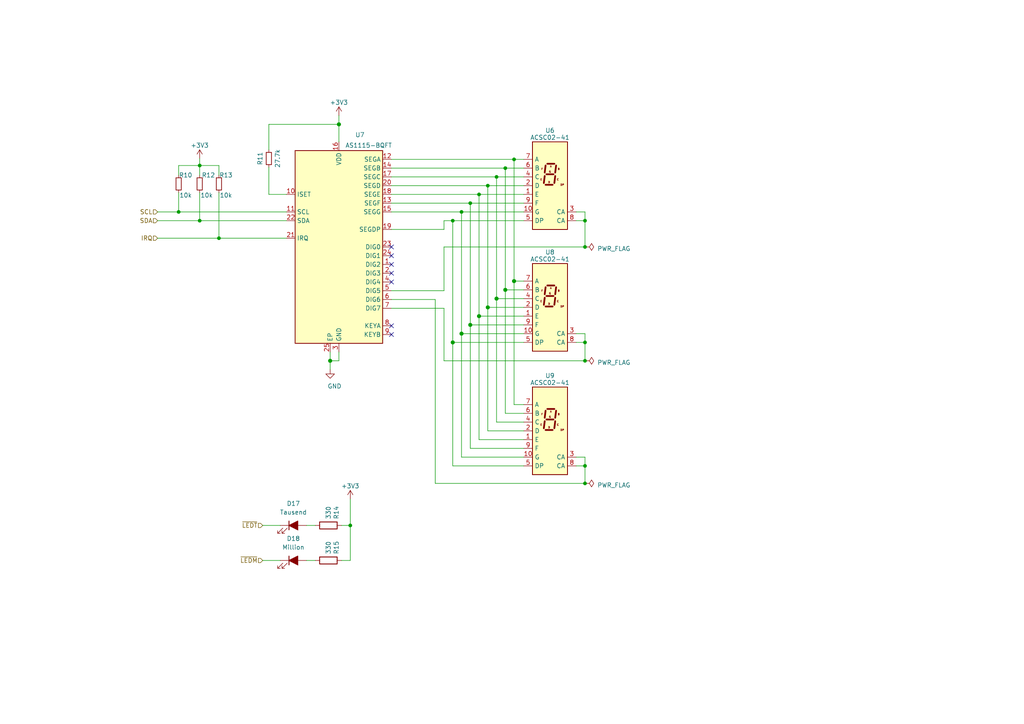
<source format=kicad_sch>
(kicad_sch (version 20210126) (generator eeschema)

  (paper "A4")

  (lib_symbols
    (symbol "Device:LED_Filled" (pin_numbers hide) (pin_names (offset 1.016) hide) (in_bom yes) (on_board yes)
      (property "Reference" "D" (id 0) (at 0 2.54 0)
        (effects (font (size 1.27 1.27)))
      )
      (property "Value" "LED_Filled" (id 1) (at 0 -2.54 0)
        (effects (font (size 1.27 1.27)))
      )
      (property "Footprint" "" (id 2) (at 0 0 0)
        (effects (font (size 1.27 1.27)) hide)
      )
      (property "Datasheet" "~" (id 3) (at 0 0 0)
        (effects (font (size 1.27 1.27)) hide)
      )
      (property "ki_keywords" "LED diode" (id 4) (at 0 0 0)
        (effects (font (size 1.27 1.27)) hide)
      )
      (property "ki_description" "Light emitting diode, filled shape" (id 5) (at 0 0 0)
        (effects (font (size 1.27 1.27)) hide)
      )
      (property "ki_fp_filters" "LED* LED_SMD:* LED_THT:*" (id 6) (at 0 0 0)
        (effects (font (size 1.27 1.27)) hide)
      )
      (symbol "LED_Filled_0_1"
        (polyline
          (pts
            (xy -1.27 -1.27)
            (xy -1.27 1.27)
          )
          (stroke (width 0.254)) (fill (type none))
        )
        (polyline
          (pts
            (xy -1.27 0)
            (xy 1.27 0)
          )
          (stroke (width 0)) (fill (type none))
        )
        (polyline
          (pts
            (xy -3.048 -0.762)
            (xy -4.572 -2.286)
            (xy -3.81 -2.286)
            (xy -4.572 -2.286)
            (xy -4.572 -1.524)
          )
          (stroke (width 0)) (fill (type none))
        )
        (polyline
          (pts
            (xy -1.778 -0.762)
            (xy -3.302 -2.286)
            (xy -2.54 -2.286)
            (xy -3.302 -2.286)
            (xy -3.302 -1.524)
          )
          (stroke (width 0)) (fill (type none))
        )
        (polyline
          (pts
            (xy 1.27 -1.27)
            (xy 1.27 1.27)
            (xy -1.27 0)
            (xy 1.27 -1.27)
          )
          (stroke (width 0.254)) (fill (type outline))
        )
      )
      (symbol "LED_Filled_1_1"
        (pin passive line (at -3.81 0 0) (length 2.54)
          (name "K" (effects (font (size 1.27 1.27))))
          (number "1" (effects (font (size 1.27 1.27))))
        )
        (pin passive line (at 3.81 0 180) (length 2.54)
          (name "A" (effects (font (size 1.27 1.27))))
          (number "2" (effects (font (size 1.27 1.27))))
        )
      )
    )
    (symbol "Device:R_3" (pin_numbers hide) (pin_names (offset 0)) (in_bom yes) (on_board yes)
      (property "Reference" "R" (id 0) (at 2.032 0 90)
        (effects (font (size 1.27 1.27)))
      )
      (property "Value" "R" (id 1) (at 0 0 90)
        (effects (font (size 1.27 1.27)))
      )
      (property "Footprint" "" (id 2) (at -1.778 0 90)
        (effects (font (size 1.27 1.27)) hide)
      )
      (property "Datasheet" "~" (id 3) (at 0 0 0)
        (effects (font (size 1.27 1.27)) hide)
      )
      (property "ki_keywords" "R res resistor" (id 4) (at 0 0 0)
        (effects (font (size 1.27 1.27)) hide)
      )
      (property "ki_description" "Resistor" (id 5) (at 0 0 0)
        (effects (font (size 1.27 1.27)) hide)
      )
      (property "ki_fp_filters" "R_*" (id 6) (at 0 0 0)
        (effects (font (size 1.27 1.27)) hide)
      )
      (symbol "R_3_0_1"
        (rectangle (start -1.016 -2.54) (end 1.016 2.54)
          (stroke (width 0.254)) (fill (type none))
        )
      )
      (symbol "R_3_1_1"
        (pin passive line (at 0 3.81 270) (length 1.27)
          (name "~" (effects (font (size 1.27 1.27))))
          (number "1" (effects (font (size 1.27 1.27))))
        )
        (pin passive line (at 0 -3.81 90) (length 1.27)
          (name "~" (effects (font (size 1.27 1.27))))
          (number "2" (effects (font (size 1.27 1.27))))
        )
      )
    )
    (symbol "Display_Character:KCSA02-105" (pin_names (offset 0.635)) (in_bom yes) (on_board yes)
      (property "Reference" "U" (id 0) (at -2.54 13.97 0)
        (effects (font (size 1.27 1.27)) (justify right))
      )
      (property "Value" "KCSA02-105" (id 1) (at 1.27 13.97 0)
        (effects (font (size 1.27 1.27)) (justify left))
      )
      (property "Footprint" "Display_7Segment:KCSC02-105" (id 2) (at 0 -15.24 0)
        (effects (font (size 1.27 1.27)) hide)
      )
      (property "Datasheet" "http://www.kingbright.com/attachments/file/psearch/000/00/00/KCSA02-105(Ver.10A).pdf" (id 3) (at -12.7 12.065 0)
        (effects (font (size 1.27 1.27)) (justify left) hide)
      )
      (property "ki_keywords" "display LED 7-segment" (id 4) (at 0 0 0)
        (effects (font (size 1.27 1.27)) hide)
      )
      (property "ki_description" "One digit 7 segment hyper red LED, common anode" (id 5) (at 0 0 0)
        (effects (font (size 1.27 1.27)) hide)
      )
      (property "ki_fp_filters" "*KCSC02*105*" (id 6) (at 0 0 0)
        (effects (font (size 1.27 1.27)) hide)
      )
      (symbol "KCSA02-105_0_0"
        (text "A" (at 0.254 5.588 0)
          (effects (font (size 0.508 0.508)))
        )
        (text "B" (at 2.54 4.826 0)
          (effects (font (size 0.508 0.508)))
        )
        (text "C" (at 2.286 1.778 0)
          (effects (font (size 0.508 0.508)))
        )
        (text "D" (at -0.254 1.016 0)
          (effects (font (size 0.508 0.508)))
        )
        (text "DP" (at 3.556 0.254 0)
          (effects (font (size 0.508 0.508)))
        )
        (text "E" (at -2.54 1.778 0)
          (effects (font (size 0.508 0.508)))
        )
        (text "F" (at -2.286 4.826 0)
          (effects (font (size 0.508 0.508)))
        )
        (text "G" (at 0 4.064 0)
          (effects (font (size 0.508 0.508)))
        )
      )
      (symbol "KCSA02-105_0_1"
        (rectangle (start -5.08 12.7) (end 5.08 -12.7)
          (stroke (width 0.254)) (fill (type background))
        )
        (polyline
          (pts
            (xy -1.524 2.794)
            (xy -1.778 0.762)
          )
          (stroke (width 0.508)) (fill (type none))
        )
        (polyline
          (pts
            (xy -1.27 0.254)
            (xy 0.762 0.254)
          )
          (stroke (width 0.508)) (fill (type none))
        )
        (polyline
          (pts
            (xy -1.27 5.842)
            (xy -1.524 3.81)
          )
          (stroke (width 0.508)) (fill (type none))
        )
        (polyline
          (pts
            (xy -1.016 3.302)
            (xy 1.016 3.302)
          )
          (stroke (width 0.508)) (fill (type none))
        )
        (polyline
          (pts
            (xy -0.762 6.35)
            (xy 1.27 6.35)
          )
          (stroke (width 0.508)) (fill (type none))
        )
        (polyline
          (pts
            (xy 1.524 2.794)
            (xy 1.27 0.762)
          )
          (stroke (width 0.508)) (fill (type none))
        )
        (polyline
          (pts
            (xy 1.778 5.842)
            (xy 1.524 3.81)
          )
          (stroke (width 0.508)) (fill (type none))
        )
        (polyline
          (pts
            (xy 2.54 0.254)
            (xy 2.54 0.254)
          )
          (stroke (width 0.508)) (fill (type none))
        )
      )
      (symbol "KCSA02-105_1_1"
        (pin input line (at -7.62 -2.54 0) (length 2.54)
          (name "E" (effects (font (size 1.27 1.27))))
          (number "1" (effects (font (size 1.27 1.27))))
        )
        (pin input line (at -7.62 -7.62 0) (length 2.54)
          (name "G" (effects (font (size 1.27 1.27))))
          (number "10" (effects (font (size 1.27 1.27))))
        )
        (pin input line (at -7.62 0 0) (length 2.54)
          (name "D" (effects (font (size 1.27 1.27))))
          (number "2" (effects (font (size 1.27 1.27))))
        )
        (pin input line (at 7.62 -7.62 180) (length 2.54)
          (name "CA" (effects (font (size 1.27 1.27))))
          (number "3" (effects (font (size 1.27 1.27))))
        )
        (pin input line (at -7.62 2.54 0) (length 2.54)
          (name "C" (effects (font (size 1.27 1.27))))
          (number "4" (effects (font (size 1.27 1.27))))
        )
        (pin input line (at -7.62 -10.16 0) (length 2.54)
          (name "DP" (effects (font (size 1.27 1.27))))
          (number "5" (effects (font (size 1.27 1.27))))
        )
        (pin input line (at -7.62 5.08 0) (length 2.54)
          (name "B" (effects (font (size 1.27 1.27))))
          (number "6" (effects (font (size 1.27 1.27))))
        )
        (pin input line (at -7.62 7.62 0) (length 2.54)
          (name "A" (effects (font (size 1.27 1.27))))
          (number "7" (effects (font (size 1.27 1.27))))
        )
        (pin input line (at 7.62 -10.16 180) (length 2.54)
          (name "CA" (effects (font (size 1.27 1.27))))
          (number "8" (effects (font (size 1.27 1.27))))
        )
        (pin input line (at -7.62 -5.08 0) (length 2.54)
          (name "F" (effects (font (size 1.27 1.27))))
          (number "9" (effects (font (size 1.27 1.27))))
        )
      )
    )
    (symbol "Interface_Expansion:AS1115-BQFT" (in_bom yes) (on_board yes)
      (property "Reference" "U" (id 0) (at -10.16 29.21 0)
        (effects (font (size 1.27 1.27)))
      )
      (property "Value" "AS1115-BQFT" (id 1) (at 2.54 29.21 0)
        (effects (font (size 1.27 1.27)) (justify left))
      )
      (property "Footprint" "Package_DFN_QFN:TQFN-24-1EP_4x4mm_P0.5mm_EP2.8x2.8mm_PullBack_ThermalVias" (id 2) (at 0 0 0)
        (effects (font (size 1.27 1.27)) hide)
      )
      (property "Datasheet" "https://ams.com/documents/20143/36005/AS1115_DS000206_1-00.pdf/3d3e6d35-b184-1329-adf9-2d769eb2404f" (id 3) (at 0 0 0)
        (effects (font (size 1.27 1.27)) hide)
      )
      (property "ki_keywords" "led driver i2c" (id 4) (at 0 0 0)
        (effects (font (size 1.27 1.27)) hide)
      )
      (property "ki_description" "64 LEDs, I2C Interfaced LED Driver with Keyscan, TQFN-24" (id 5) (at 0 0 0)
        (effects (font (size 1.27 1.27)) hide)
      )
      (property "ki_fp_filters" "TQFN*1EP*4x4mm*P0.5mm*PullBack*" (id 6) (at 0 0 0)
        (effects (font (size 1.27 1.27)) hide)
      )
      (symbol "AS1115-BQFT_0_1"
        (rectangle (start -12.7 27.94) (end 12.7 -27.94)
          (stroke (width 0.254)) (fill (type background))
        )
      )
      (symbol "AS1115-BQFT_1_1"
        (pin open_collector line (at 15.24 -5.08 180) (length 2.54)
          (name "DIG2" (effects (font (size 1.27 1.27))))
          (number "1" (effects (font (size 1.27 1.27))))
        )
        (pin passive line (at -15.24 15.24 0) (length 2.54)
          (name "ISET" (effects (font (size 1.27 1.27))))
          (number "10" (effects (font (size 1.27 1.27))))
        )
        (pin input line (at -15.24 10.16 0) (length 2.54)
          (name "SCL" (effects (font (size 1.27 1.27))))
          (number "11" (effects (font (size 1.27 1.27))))
        )
        (pin output line (at 15.24 25.4 180) (length 2.54)
          (name "SEGA" (effects (font (size 1.27 1.27))))
          (number "12" (effects (font (size 1.27 1.27))))
        )
        (pin output line (at 15.24 12.7 180) (length 2.54)
          (name "SEGF" (effects (font (size 1.27 1.27))))
          (number "13" (effects (font (size 1.27 1.27))))
        )
        (pin output line (at 15.24 22.86 180) (length 2.54)
          (name "SEGB" (effects (font (size 1.27 1.27))))
          (number "14" (effects (font (size 1.27 1.27))))
        )
        (pin output line (at 15.24 10.16 180) (length 2.54)
          (name "SEGG" (effects (font (size 1.27 1.27))))
          (number "15" (effects (font (size 1.27 1.27))))
        )
        (pin power_in line (at 0 30.48 270) (length 2.54)
          (name "VDD" (effects (font (size 1.27 1.27))))
          (number "16" (effects (font (size 1.27 1.27))))
        )
        (pin output line (at 15.24 20.32 180) (length 2.54)
          (name "SEGC" (effects (font (size 1.27 1.27))))
          (number "17" (effects (font (size 1.27 1.27))))
        )
        (pin output line (at 15.24 15.24 180) (length 2.54)
          (name "SEGE" (effects (font (size 1.27 1.27))))
          (number "18" (effects (font (size 1.27 1.27))))
        )
        (pin output line (at 15.24 5.08 180) (length 2.54)
          (name "SEGDP" (effects (font (size 1.27 1.27))))
          (number "19" (effects (font (size 1.27 1.27))))
        )
        (pin open_collector line (at 15.24 -7.62 180) (length 2.54)
          (name "DIG3" (effects (font (size 1.27 1.27))))
          (number "2" (effects (font (size 1.27 1.27))))
        )
        (pin output line (at 15.24 17.78 180) (length 2.54)
          (name "SEGD" (effects (font (size 1.27 1.27))))
          (number "20" (effects (font (size 1.27 1.27))))
        )
        (pin open_collector line (at -15.24 2.54 0) (length 2.54)
          (name "IRQ" (effects (font (size 1.27 1.27))))
          (number "21" (effects (font (size 1.27 1.27))))
        )
        (pin bidirectional line (at -15.24 7.62 0) (length 2.54)
          (name "SDA" (effects (font (size 1.27 1.27))))
          (number "22" (effects (font (size 1.27 1.27))))
        )
        (pin open_collector line (at 15.24 0 180) (length 2.54)
          (name "DIG0" (effects (font (size 1.27 1.27))))
          (number "23" (effects (font (size 1.27 1.27))))
        )
        (pin open_collector line (at 15.24 -2.54 180) (length 2.54)
          (name "DIG1" (effects (font (size 1.27 1.27))))
          (number "24" (effects (font (size 1.27 1.27))))
        )
        (pin passive line (at -2.54 -30.48 90) (length 2.54)
          (name "EP" (effects (font (size 1.27 1.27))))
          (number "25" (effects (font (size 1.27 1.27))))
        )
        (pin power_in line (at 0 -30.48 90) (length 2.54)
          (name "GND" (effects (font (size 1.27 1.27))))
          (number "3" (effects (font (size 1.27 1.27))))
        )
        (pin open_collector line (at 15.24 -10.16 180) (length 2.54)
          (name "DIG4" (effects (font (size 1.27 1.27))))
          (number "4" (effects (font (size 1.27 1.27))))
        )
        (pin open_collector line (at 15.24 -12.7 180) (length 2.54)
          (name "DIG5" (effects (font (size 1.27 1.27))))
          (number "5" (effects (font (size 1.27 1.27))))
        )
        (pin open_collector line (at 15.24 -15.24 180) (length 2.54)
          (name "DIG6" (effects (font (size 1.27 1.27))))
          (number "6" (effects (font (size 1.27 1.27))))
        )
        (pin open_collector line (at 15.24 -17.78 180) (length 2.54)
          (name "DIG7" (effects (font (size 1.27 1.27))))
          (number "7" (effects (font (size 1.27 1.27))))
        )
        (pin open_collector line (at 15.24 -22.86 180) (length 2.54)
          (name "KEYA" (effects (font (size 1.27 1.27))))
          (number "8" (effects (font (size 1.27 1.27))))
        )
        (pin open_collector line (at 15.24 -25.4 180) (length 2.54)
          (name "KEYB" (effects (font (size 1.27 1.27))))
          (number "9" (effects (font (size 1.27 1.27))))
        )
      )
    )
    (symbol "icebreaker-bitsy-rescue:pkl_R_Small-pkl_device" (pin_numbers hide) (pin_names (offset 0.254) hide) (in_bom yes) (on_board yes)
      (property "Reference" "R" (id 0) (at 0.762 0.508 0)
        (effects (font (size 1.27 1.27)) (justify left))
      )
      (property "Value" "pkl_R_Small-pkl_device" (id 1) (at 0.762 -1.016 0)
        (effects (font (size 1.27 1.27)) (justify left))
      )
      (property "Footprint" "" (id 2) (at 0 0 0)
        (effects (font (size 1.524 1.524)))
      )
      (property "Datasheet" "" (id 3) (at 0 0 0)
        (effects (font (size 1.524 1.524)))
      )
      (property "ki_fp_filters" "Resistor_* R_*" (id 4) (at 0 0 0)
        (effects (font (size 1.27 1.27)) hide)
      )
      (symbol "pkl_R_Small-pkl_device_0_1"
        (rectangle (start -0.762 1.778) (end 0.762 -1.778)
          (stroke (width 0.2032)) (fill (type none))
        )
      )
      (symbol "pkl_R_Small-pkl_device_1_1"
        (pin passive line (at 0 2.54 270) (length 0.762)
          (name "~" (effects (font (size 1.016 1.016))))
          (number "1" (effects (font (size 1.016 1.016))))
        )
        (pin passive line (at 0 -2.54 90) (length 0.762)
          (name "~" (effects (font (size 1.016 1.016))))
          (number "2" (effects (font (size 1.016 1.016))))
        )
      )
    )
    (symbol "power:+3V3" (power) (pin_names (offset 0)) (in_bom yes) (on_board yes)
      (property "Reference" "#PWR" (id 0) (at 0 -3.81 0)
        (effects (font (size 1.27 1.27)) hide)
      )
      (property "Value" "+3V3" (id 1) (at 0 3.556 0)
        (effects (font (size 1.27 1.27)))
      )
      (property "Footprint" "" (id 2) (at 0 0 0)
        (effects (font (size 1.27 1.27)) hide)
      )
      (property "Datasheet" "" (id 3) (at 0 0 0)
        (effects (font (size 1.27 1.27)) hide)
      )
      (property "ki_keywords" "power-flag" (id 4) (at 0 0 0)
        (effects (font (size 1.27 1.27)) hide)
      )
      (property "ki_description" "Power symbol creates a global label with name \"+3V3\"" (id 5) (at 0 0 0)
        (effects (font (size 1.27 1.27)) hide)
      )
      (symbol "+3V3_0_1"
        (polyline
          (pts
            (xy -0.762 1.27)
            (xy 0 2.54)
          )
          (stroke (width 0)) (fill (type none))
        )
        (polyline
          (pts
            (xy 0 0)
            (xy 0 2.54)
          )
          (stroke (width 0)) (fill (type none))
        )
        (polyline
          (pts
            (xy 0 2.54)
            (xy 0.762 1.27)
          )
          (stroke (width 0)) (fill (type none))
        )
      )
      (symbol "+3V3_1_1"
        (pin power_in line (at 0 0 90) (length 0) hide
          (name "+3V3" (effects (font (size 1.27 1.27))))
          (number "1" (effects (font (size 1.27 1.27))))
        )
      )
    )
    (symbol "power:GND" (power) (pin_names (offset 0)) (in_bom yes) (on_board yes)
      (property "Reference" "#PWR" (id 0) (at 0 -6.35 0)
        (effects (font (size 1.27 1.27)) hide)
      )
      (property "Value" "GND" (id 1) (at 0 -3.81 0)
        (effects (font (size 1.27 1.27)))
      )
      (property "Footprint" "" (id 2) (at 0 0 0)
        (effects (font (size 1.27 1.27)) hide)
      )
      (property "Datasheet" "" (id 3) (at 0 0 0)
        (effects (font (size 1.27 1.27)) hide)
      )
      (property "ki_keywords" "power-flag" (id 4) (at 0 0 0)
        (effects (font (size 1.27 1.27)) hide)
      )
      (property "ki_description" "Power symbol creates a global label with name \"GND\" , ground" (id 5) (at 0 0 0)
        (effects (font (size 1.27 1.27)) hide)
      )
      (symbol "GND_0_1"
        (polyline
          (pts
            (xy 0 0)
            (xy 0 -1.27)
            (xy 1.27 -1.27)
            (xy 0 -2.54)
            (xy -1.27 -1.27)
            (xy 0 -1.27)
          )
          (stroke (width 0)) (fill (type none))
        )
      )
      (symbol "GND_1_1"
        (pin power_in line (at 0 0 270) (length 0) hide
          (name "GND" (effects (font (size 1.27 1.27))))
          (number "1" (effects (font (size 1.27 1.27))))
        )
      )
    )
    (symbol "power:PWR_FLAG" (power) (pin_numbers hide) (pin_names (offset 0) hide) (in_bom yes) (on_board yes)
      (property "Reference" "#FLG" (id 0) (at 0 1.905 0)
        (effects (font (size 1.27 1.27)) hide)
      )
      (property "Value" "PWR_FLAG" (id 1) (at 0 3.81 0)
        (effects (font (size 1.27 1.27)))
      )
      (property "Footprint" "" (id 2) (at 0 0 0)
        (effects (font (size 1.27 1.27)) hide)
      )
      (property "Datasheet" "~" (id 3) (at 0 0 0)
        (effects (font (size 1.27 1.27)) hide)
      )
      (property "ki_keywords" "power-flag" (id 4) (at 0 0 0)
        (effects (font (size 1.27 1.27)) hide)
      )
      (property "ki_description" "Special symbol for telling ERC where power comes from" (id 5) (at 0 0 0)
        (effects (font (size 1.27 1.27)) hide)
      )
      (symbol "PWR_FLAG_0_0"
        (pin power_out line (at 0 0 90) (length 0)
          (name "pwr" (effects (font (size 1.27 1.27))))
          (number "1" (effects (font (size 1.27 1.27))))
        )
      )
      (symbol "PWR_FLAG_0_1"
        (polyline
          (pts
            (xy 0 0)
            (xy 0 1.27)
            (xy -1.016 1.905)
            (xy 0 2.54)
            (xy 1.016 1.905)
            (xy 0 1.27)
          )
          (stroke (width 0)) (fill (type none))
        )
      )
    )
  )

  (junction (at 51.816 61.468) (diameter 0.9144) (color 0 0 0 0))
  (junction (at 57.912 48.006) (diameter 0.9144) (color 0 0 0 0))
  (junction (at 57.912 64.008) (diameter 0.9144) (color 0 0 0 0))
  (junction (at 63.5 69.088) (diameter 0.9144) (color 0 0 0 0))
  (junction (at 95.758 104.648) (diameter 1.016) (color 0 0 0 0))
  (junction (at 98.298 36.068) (diameter 1.016) (color 0 0 0 0))
  (junction (at 101.6 152.4) (diameter 0.9144) (color 0 0 0 0))
  (junction (at 131.318 64.008) (diameter 0.9144) (color 0 0 0 0))
  (junction (at 131.318 99.314) (diameter 1.016) (color 0 0 0 0))
  (junction (at 133.858 61.468) (diameter 0.9144) (color 0 0 0 0))
  (junction (at 133.858 96.774) (diameter 1.016) (color 0 0 0 0))
  (junction (at 136.398 58.928) (diameter 0.9144) (color 0 0 0 0))
  (junction (at 136.398 94.234) (diameter 1.016) (color 0 0 0 0))
  (junction (at 138.938 56.388) (diameter 0.9144) (color 0 0 0 0))
  (junction (at 138.938 91.694) (diameter 1.016) (color 0 0 0 0))
  (junction (at 141.478 53.848) (diameter 0.9144) (color 0 0 0 0))
  (junction (at 141.478 89.154) (diameter 1.016) (color 0 0 0 0))
  (junction (at 144.018 51.308) (diameter 0.9144) (color 0 0 0 0))
  (junction (at 144.018 86.614) (diameter 1.016) (color 0 0 0 0))
  (junction (at 146.558 48.768) (diameter 0.9144) (color 0 0 0 0))
  (junction (at 146.558 84.074) (diameter 1.016) (color 0 0 0 0))
  (junction (at 149.098 46.228) (diameter 0.9144) (color 0 0 0 0))
  (junction (at 149.098 81.534) (diameter 1.016) (color 0 0 0 0))
  (junction (at 169.672 64.008) (diameter 0.9144) (color 0 0 0 0))
  (junction (at 169.672 71.628) (diameter 0.9144) (color 0 0 0 0))
  (junction (at 169.672 99.314) (diameter 0.9144) (color 0 0 0 0))
  (junction (at 169.672 104.648) (diameter 0.9144) (color 0 0 0 0))
  (junction (at 169.672 135.128) (diameter 0.9144) (color 0 0 0 0))
  (junction (at 169.672 140.208) (diameter 0.9144) (color 0 0 0 0))

  (no_connect (at 113.538 71.628) (uuid 2c44eacf-5c75-4f36-85e8-340e1f215edd))
  (no_connect (at 113.538 74.168) (uuid f75d0c04-6646-46c0-bdc1-a472ab646dbe))
  (no_connect (at 113.538 76.708) (uuid 9a5a43a8-b111-429d-81e8-990ab8457ba0))
  (no_connect (at 113.538 79.248) (uuid 76a2f2cd-6ed7-48ff-990b-600d2460c749))
  (no_connect (at 113.538 81.788) (uuid 615814d5-dcb2-4b55-97b6-31c93a77b403))
  (no_connect (at 113.538 94.488) (uuid ba3eb1b9-2e7d-4c48-a20b-fcdb56fbcaf0))
  (no_connect (at 113.538 97.028) (uuid b594fd51-6fbd-4421-aa5a-05cfd4e902fa))

  (wire (pts (xy 45.72 61.468) (xy 51.816 61.468))
    (stroke (width 0) (type solid) (color 0 0 0 0))
    (uuid e399326b-123f-46e2-9823-6b7996730ee1)
  )
  (wire (pts (xy 45.72 64.008) (xy 57.912 64.008))
    (stroke (width 0) (type solid) (color 0 0 0 0))
    (uuid e29a59f1-1ea3-46d1-8a50-e3a019bb90b1)
  )
  (wire (pts (xy 45.72 69.088) (xy 63.5 69.088))
    (stroke (width 0) (type solid) (color 0 0 0 0))
    (uuid 111d7dd7-0ac3-427f-b4e7-5299a6f41de2)
  )
  (wire (pts (xy 51.816 48.006) (xy 51.816 50.8))
    (stroke (width 0) (type solid) (color 0 0 0 0))
    (uuid d1a1f357-99e1-4276-9c3c-b81d785c914c)
  )
  (wire (pts (xy 51.816 55.88) (xy 51.816 61.468))
    (stroke (width 0) (type solid) (color 0 0 0 0))
    (uuid e1c0fa20-78e6-4254-aca1-749220d583e8)
  )
  (wire (pts (xy 51.816 61.468) (xy 83.058 61.468))
    (stroke (width 0) (type solid) (color 0 0 0 0))
    (uuid 13c3f409-4e88-4e86-a99f-037dcc8b1c28)
  )
  (wire (pts (xy 57.912 45.974) (xy 57.912 48.006))
    (stroke (width 0) (type solid) (color 0 0 0 0))
    (uuid ffc0ceb2-79f7-4f93-8a7e-01b3c2cdaec2)
  )
  (wire (pts (xy 57.912 48.006) (xy 51.816 48.006))
    (stroke (width 0) (type solid) (color 0 0 0 0))
    (uuid c03edd3b-e096-4fb3-85cd-618666db8f13)
  )
  (wire (pts (xy 57.912 48.006) (xy 57.912 50.8))
    (stroke (width 0) (type solid) (color 0 0 0 0))
    (uuid 3ba66167-b8c5-459a-851e-cf8a48d6f98c)
  )
  (wire (pts (xy 57.912 48.006) (xy 63.5 48.006))
    (stroke (width 0) (type solid) (color 0 0 0 0))
    (uuid 79d510d0-5bcd-47e7-b4d4-d8e8e6da4cc0)
  )
  (wire (pts (xy 57.912 55.88) (xy 57.912 64.008))
    (stroke (width 0) (type solid) (color 0 0 0 0))
    (uuid 0dfc0900-ad52-42d9-be02-d32168083dae)
  )
  (wire (pts (xy 57.912 64.008) (xy 83.058 64.008))
    (stroke (width 0) (type solid) (color 0 0 0 0))
    (uuid 0c8c82c3-fa10-465b-9ef6-a350f1ee3b21)
  )
  (wire (pts (xy 63.5 48.006) (xy 63.5 50.8))
    (stroke (width 0) (type solid) (color 0 0 0 0))
    (uuid ed25d07a-e600-4d6f-984c-0b7823c45678)
  )
  (wire (pts (xy 63.5 55.88) (xy 63.5 69.088))
    (stroke (width 0) (type solid) (color 0 0 0 0))
    (uuid bbbbe1bb-ade9-4487-b35f-fdfaa1fd3a89)
  )
  (wire (pts (xy 63.5 69.088) (xy 83.058 69.088))
    (stroke (width 0) (type solid) (color 0 0 0 0))
    (uuid 68b9b0d6-ca9f-4c17-ab37-4b32d24a3a27)
  )
  (wire (pts (xy 76.2 152.4) (xy 81.28 152.4))
    (stroke (width 0) (type solid) (color 0 0 0 0))
    (uuid 6cbbfca4-e7c7-4870-9140-7fd3df4a7e39)
  )
  (wire (pts (xy 76.2 162.56) (xy 81.28 162.56))
    (stroke (width 0) (type solid) (color 0 0 0 0))
    (uuid 6cf1f92b-83f2-4ab9-b418-701d3d2dbbf9)
  )
  (wire (pts (xy 77.978 36.068) (xy 98.298 36.068))
    (stroke (width 0) (type solid) (color 0 0 0 0))
    (uuid d739ebde-d524-4008-a98d-3806daa15102)
  )
  (wire (pts (xy 77.978 43.434) (xy 77.978 36.068))
    (stroke (width 0) (type solid) (color 0 0 0 0))
    (uuid 815cf555-2082-4800-bc36-59f125532533)
  )
  (wire (pts (xy 77.978 56.388) (xy 77.978 48.514))
    (stroke (width 0) (type solid) (color 0 0 0 0))
    (uuid eeb2836d-4665-4fc9-8692-9549a08e4c5c)
  )
  (wire (pts (xy 83.058 56.388) (xy 77.978 56.388))
    (stroke (width 0) (type solid) (color 0 0 0 0))
    (uuid 58c58278-f842-4454-b7f1-d0e9473b0959)
  )
  (wire (pts (xy 88.9 152.4) (xy 91.44 152.4))
    (stroke (width 0) (type solid) (color 0 0 0 0))
    (uuid a257aa80-dd60-4a6c-93fa-426ce5c1b077)
  )
  (wire (pts (xy 88.9 162.56) (xy 91.44 162.56))
    (stroke (width 0) (type solid) (color 0 0 0 0))
    (uuid c759c02d-1247-4aad-90b4-8c0867286565)
  )
  (wire (pts (xy 95.758 102.108) (xy 95.758 104.648))
    (stroke (width 0) (type solid) (color 0 0 0 0))
    (uuid a8a3cb0e-4962-46aa-8b2e-fd040539cbf3)
  )
  (wire (pts (xy 95.758 104.648) (xy 95.758 107.188))
    (stroke (width 0) (type solid) (color 0 0 0 0))
    (uuid 949b3147-b9aa-4ea7-9cd6-ff924f94738d)
  )
  (wire (pts (xy 98.298 33.528) (xy 98.298 36.068))
    (stroke (width 0) (type solid) (color 0 0 0 0))
    (uuid 7042855d-8b2a-4d59-8da3-1ed5b448b6cd)
  )
  (wire (pts (xy 98.298 36.068) (xy 98.298 41.148))
    (stroke (width 0) (type solid) (color 0 0 0 0))
    (uuid e39e56e1-8e0d-491e-86fe-a60c11eb1eeb)
  )
  (wire (pts (xy 98.298 102.108) (xy 98.298 104.648))
    (stroke (width 0) (type solid) (color 0 0 0 0))
    (uuid 97fc862f-9205-4ab3-92e0-1033db57ec8c)
  )
  (wire (pts (xy 98.298 104.648) (xy 95.758 104.648))
    (stroke (width 0) (type solid) (color 0 0 0 0))
    (uuid c8b21d5b-771f-44c8-bd9b-1dc945827a00)
  )
  (wire (pts (xy 99.06 152.4) (xy 101.6 152.4))
    (stroke (width 0) (type solid) (color 0 0 0 0))
    (uuid 7802dd82-772a-4910-9be1-72bd93808727)
  )
  (wire (pts (xy 99.06 162.56) (xy 101.6 162.56))
    (stroke (width 0) (type solid) (color 0 0 0 0))
    (uuid 5d38a48e-4e02-48d1-830d-a131e2223a37)
  )
  (wire (pts (xy 101.6 152.4) (xy 101.6 144.78))
    (stroke (width 0) (type solid) (color 0 0 0 0))
    (uuid 1971ed19-5117-4513-b88b-ac488dadc2e9)
  )
  (wire (pts (xy 101.6 162.56) (xy 101.6 152.4))
    (stroke (width 0) (type solid) (color 0 0 0 0))
    (uuid 7970cb98-2112-41cb-830d-42db642234c1)
  )
  (wire (pts (xy 113.538 46.228) (xy 149.098 46.228))
    (stroke (width 0) (type solid) (color 0 0 0 0))
    (uuid 2573f022-8616-4b54-be75-71f62c2e8cc0)
  )
  (wire (pts (xy 113.538 48.768) (xy 146.558 48.768))
    (stroke (width 0) (type solid) (color 0 0 0 0))
    (uuid 7d871794-0182-4d47-9d46-4be3e44afd92)
  )
  (wire (pts (xy 113.538 51.308) (xy 144.018 51.308))
    (stroke (width 0) (type solid) (color 0 0 0 0))
    (uuid a4ac2ad5-9146-4edd-bee1-1310f2064746)
  )
  (wire (pts (xy 113.538 53.848) (xy 141.478 53.848))
    (stroke (width 0) (type solid) (color 0 0 0 0))
    (uuid 79363d8d-5139-459e-abb0-79eaba6c77f7)
  )
  (wire (pts (xy 113.538 56.388) (xy 138.938 56.388))
    (stroke (width 0) (type solid) (color 0 0 0 0))
    (uuid 2bd8dea1-e5f9-4526-a5c3-4ab963d517e5)
  )
  (wire (pts (xy 113.538 58.928) (xy 136.398 58.928))
    (stroke (width 0) (type solid) (color 0 0 0 0))
    (uuid abf3ccf7-9de4-417a-a845-c8d7b679563b)
  )
  (wire (pts (xy 113.538 61.468) (xy 133.858 61.468))
    (stroke (width 0) (type solid) (color 0 0 0 0))
    (uuid 54e500c6-7e28-4115-81c4-f62e65beb3e5)
  )
  (wire (pts (xy 113.538 66.548) (xy 128.778 66.548))
    (stroke (width 0) (type solid) (color 0 0 0 0))
    (uuid 273af9a9-cc92-4950-8a1c-dcf9ce5578cb)
  )
  (wire (pts (xy 113.538 84.328) (xy 128.778 84.328))
    (stroke (width 0) (type solid) (color 0 0 0 0))
    (uuid d6b392a6-293c-4014-8448-af409a232a33)
  )
  (wire (pts (xy 113.538 86.868) (xy 126.238 86.868))
    (stroke (width 0) (type solid) (color 0 0 0 0))
    (uuid a76cd848-4706-48d9-98f2-1541c601e2dc)
  )
  (wire (pts (xy 113.538 89.408) (xy 128.778 89.408))
    (stroke (width 0) (type solid) (color 0 0 0 0))
    (uuid 2d3b2c1f-f259-4928-bf00-7c6d305dd094)
  )
  (wire (pts (xy 126.238 86.868) (xy 126.238 140.208))
    (stroke (width 0) (type solid) (color 0 0 0 0))
    (uuid 1c19bc0a-7cd2-4306-82af-beb0538ce99b)
  )
  (wire (pts (xy 126.238 140.208) (xy 169.672 140.208))
    (stroke (width 0) (type solid) (color 0 0 0 0))
    (uuid a09f8726-7454-4133-b8cd-541442f2d77d)
  )
  (wire (pts (xy 128.778 64.008) (xy 131.318 64.008))
    (stroke (width 0) (type solid) (color 0 0 0 0))
    (uuid 32d6d6e1-a12f-4d8f-a3c9-180f2f552e7e)
  )
  (wire (pts (xy 128.778 66.548) (xy 128.778 64.008))
    (stroke (width 0) (type solid) (color 0 0 0 0))
    (uuid d4759c1b-5110-404d-b24d-b3d91edadb20)
  )
  (wire (pts (xy 128.778 71.628) (xy 169.672 71.628))
    (stroke (width 0) (type solid) (color 0 0 0 0))
    (uuid 7e89f289-a4a1-46f0-8f8b-fb818c572cf1)
  )
  (wire (pts (xy 128.778 84.328) (xy 128.778 71.628))
    (stroke (width 0) (type solid) (color 0 0 0 0))
    (uuid e6600260-2ae2-450a-91a4-573c4cb94e0c)
  )
  (wire (pts (xy 128.778 89.408) (xy 128.778 104.648))
    (stroke (width 0) (type solid) (color 0 0 0 0))
    (uuid b77debc1-edf9-4fc1-8d93-015ff804ec22)
  )
  (wire (pts (xy 128.778 104.648) (xy 169.672 104.648))
    (stroke (width 0) (type solid) (color 0 0 0 0))
    (uuid 01bbbab4-4f27-4387-ba29-efc8a7755869)
  )
  (wire (pts (xy 131.318 64.008) (xy 131.318 99.314))
    (stroke (width 0) (type solid) (color 0 0 0 0))
    (uuid a2a37c0e-c2c9-4115-b66e-56723fa28503)
  )
  (wire (pts (xy 131.318 64.008) (xy 151.892 64.008))
    (stroke (width 0) (type solid) (color 0 0 0 0))
    (uuid 1cb628e0-1aaa-4e97-b34c-0a477041369a)
  )
  (wire (pts (xy 131.318 99.314) (xy 131.318 135.128))
    (stroke (width 0) (type solid) (color 0 0 0 0))
    (uuid f8b02196-a664-4c94-8aaa-fa87ec4be484)
  )
  (wire (pts (xy 133.858 61.468) (xy 133.858 96.774))
    (stroke (width 0) (type solid) (color 0 0 0 0))
    (uuid 55899f2c-9340-4cd2-ac1a-80e04353024d)
  )
  (wire (pts (xy 133.858 61.468) (xy 151.892 61.468))
    (stroke (width 0) (type solid) (color 0 0 0 0))
    (uuid d5899f33-1612-4ea3-b955-db793f25e2d4)
  )
  (wire (pts (xy 133.858 96.774) (xy 133.858 132.588))
    (stroke (width 0) (type solid) (color 0 0 0 0))
    (uuid 389f6fcf-fc68-4c96-a5c3-afa20232a4cc)
  )
  (wire (pts (xy 136.398 58.928) (xy 136.398 94.234))
    (stroke (width 0) (type solid) (color 0 0 0 0))
    (uuid fa85b3fb-28c2-419b-af73-41fd8ca75ca8)
  )
  (wire (pts (xy 136.398 58.928) (xy 151.892 58.928))
    (stroke (width 0) (type solid) (color 0 0 0 0))
    (uuid f72cd6d0-638a-42fd-97f6-1faa4ebebe65)
  )
  (wire (pts (xy 136.398 94.234) (xy 136.398 130.048))
    (stroke (width 0) (type solid) (color 0 0 0 0))
    (uuid 28180140-e6db-4d7b-b5d3-5f4b5cbf29eb)
  )
  (wire (pts (xy 138.938 56.388) (xy 138.938 91.694))
    (stroke (width 0) (type solid) (color 0 0 0 0))
    (uuid c540012e-cc4e-43eb-a344-d27649fa5ecc)
  )
  (wire (pts (xy 138.938 56.388) (xy 151.892 56.388))
    (stroke (width 0) (type solid) (color 0 0 0 0))
    (uuid 1f9e2a34-759c-4d20-9900-14b6b6c12d00)
  )
  (wire (pts (xy 138.938 91.694) (xy 138.938 127.508))
    (stroke (width 0) (type solid) (color 0 0 0 0))
    (uuid 31349ddf-f391-418c-9546-e83f65e87597)
  )
  (wire (pts (xy 141.478 53.848) (xy 141.478 89.154))
    (stroke (width 0) (type solid) (color 0 0 0 0))
    (uuid 1fb15fa2-852b-45ef-835b-00cd502db9c4)
  )
  (wire (pts (xy 141.478 53.848) (xy 151.892 53.848))
    (stroke (width 0) (type solid) (color 0 0 0 0))
    (uuid 833c7785-edb2-45b7-9a6d-f716b6cd1f81)
  )
  (wire (pts (xy 141.478 89.154) (xy 141.478 124.968))
    (stroke (width 0) (type solid) (color 0 0 0 0))
    (uuid d689f8f9-0485-4053-8e9b-84ad83b842fe)
  )
  (wire (pts (xy 144.018 51.308) (xy 144.018 86.614))
    (stroke (width 0) (type solid) (color 0 0 0 0))
    (uuid 8839b110-1637-49da-a819-9354d246417e)
  )
  (wire (pts (xy 144.018 51.308) (xy 151.892 51.308))
    (stroke (width 0) (type solid) (color 0 0 0 0))
    (uuid 1abd447b-edd3-427c-83cd-017102aa9165)
  )
  (wire (pts (xy 144.018 86.614) (xy 144.018 122.428))
    (stroke (width 0) (type solid) (color 0 0 0 0))
    (uuid 99cfc7ff-edf2-4718-be6e-6a948d990040)
  )
  (wire (pts (xy 146.558 48.768) (xy 146.558 84.074))
    (stroke (width 0) (type solid) (color 0 0 0 0))
    (uuid f1749490-d462-4249-8853-a43a9b2db5ec)
  )
  (wire (pts (xy 146.558 48.768) (xy 151.892 48.768))
    (stroke (width 0) (type solid) (color 0 0 0 0))
    (uuid 812924d9-aa7b-4db9-926b-d38aa1c6abd4)
  )
  (wire (pts (xy 146.558 84.074) (xy 146.558 119.888))
    (stroke (width 0) (type solid) (color 0 0 0 0))
    (uuid 355c4cdb-5972-4935-9457-7690d2d721dc)
  )
  (wire (pts (xy 149.098 46.228) (xy 149.098 81.534))
    (stroke (width 0) (type solid) (color 0 0 0 0))
    (uuid fc515a26-9b01-4f9a-b99a-b8816987ea07)
  )
  (wire (pts (xy 149.098 46.228) (xy 151.892 46.228))
    (stroke (width 0) (type solid) (color 0 0 0 0))
    (uuid 5a440f5e-6f6b-436c-b3c3-0b55c8814ed3)
  )
  (wire (pts (xy 149.098 81.534) (xy 149.098 117.348))
    (stroke (width 0) (type solid) (color 0 0 0 0))
    (uuid 6fbb9d41-0a79-4c22-ae56-58bfb37b75a2)
  )
  (wire (pts (xy 149.098 81.534) (xy 151.892 81.534))
    (stroke (width 0) (type solid) (color 0 0 0 0))
    (uuid 835773c8-e744-4b33-9e43-9737c6688c86)
  )
  (wire (pts (xy 151.892 84.074) (xy 146.558 84.074))
    (stroke (width 0) (type solid) (color 0 0 0 0))
    (uuid bed2926e-833f-4f3b-84db-2b5db7390977)
  )
  (wire (pts (xy 151.892 86.614) (xy 144.018 86.614))
    (stroke (width 0) (type solid) (color 0 0 0 0))
    (uuid 7e896a12-26b4-40e4-b1b0-0254ebf039e2)
  )
  (wire (pts (xy 151.892 89.154) (xy 141.478 89.154))
    (stroke (width 0) (type solid) (color 0 0 0 0))
    (uuid 129c485f-7daa-48c7-bcaf-30058df7eb73)
  )
  (wire (pts (xy 151.892 91.694) (xy 138.938 91.694))
    (stroke (width 0) (type solid) (color 0 0 0 0))
    (uuid 2d243129-0bd5-40f0-85f0-a664c08dfa9d)
  )
  (wire (pts (xy 151.892 94.234) (xy 136.398 94.234))
    (stroke (width 0) (type solid) (color 0 0 0 0))
    (uuid c718682c-79aa-48ae-bcc8-2334516899f1)
  )
  (wire (pts (xy 151.892 96.774) (xy 133.858 96.774))
    (stroke (width 0) (type solid) (color 0 0 0 0))
    (uuid b4e4c367-6e85-4a83-85a7-77f032c80a91)
  )
  (wire (pts (xy 151.892 99.314) (xy 131.318 99.314))
    (stroke (width 0) (type solid) (color 0 0 0 0))
    (uuid c4698308-4afd-42b0-9f8a-e16985a7ae1f)
  )
  (wire (pts (xy 151.892 117.348) (xy 149.098 117.348))
    (stroke (width 0) (type solid) (color 0 0 0 0))
    (uuid dacd5694-4a3b-43e4-a45e-631c1dadca7a)
  )
  (wire (pts (xy 151.892 119.888) (xy 146.558 119.888))
    (stroke (width 0) (type solid) (color 0 0 0 0))
    (uuid c1f007b5-e335-4785-95de-0c6e8c14a531)
  )
  (wire (pts (xy 151.892 122.428) (xy 144.018 122.428))
    (stroke (width 0) (type solid) (color 0 0 0 0))
    (uuid e29db34e-2a24-4b01-a5fa-84ba7d2d7c9e)
  )
  (wire (pts (xy 151.892 124.968) (xy 141.478 124.968))
    (stroke (width 0) (type solid) (color 0 0 0 0))
    (uuid c6dc9a17-00d4-4da8-8c4e-da976bf4bb8a)
  )
  (wire (pts (xy 151.892 127.508) (xy 138.938 127.508))
    (stroke (width 0) (type solid) (color 0 0 0 0))
    (uuid 5b90026d-7adc-49b4-aa3f-4fbe433a86ba)
  )
  (wire (pts (xy 151.892 130.048) (xy 136.398 130.048))
    (stroke (width 0) (type solid) (color 0 0 0 0))
    (uuid 06802906-d9b0-498e-ba91-44040fe061a7)
  )
  (wire (pts (xy 151.892 132.588) (xy 133.858 132.588))
    (stroke (width 0) (type solid) (color 0 0 0 0))
    (uuid 6532dc1e-cb02-407a-b17d-e73da6d6eb13)
  )
  (wire (pts (xy 151.892 135.128) (xy 131.318 135.128))
    (stroke (width 0) (type solid) (color 0 0 0 0))
    (uuid bb127b56-f2f9-4fa6-a278-2689fc06faed)
  )
  (wire (pts (xy 167.132 61.468) (xy 169.672 61.468))
    (stroke (width 0) (type solid) (color 0 0 0 0))
    (uuid 4ca61b22-d0d5-4b46-a065-297b01b3ee16)
  )
  (wire (pts (xy 167.132 64.008) (xy 169.672 64.008))
    (stroke (width 0) (type solid) (color 0 0 0 0))
    (uuid 105de7cc-38f5-4210-a71c-4a326bd5ebc3)
  )
  (wire (pts (xy 167.132 99.314) (xy 169.672 99.314))
    (stroke (width 0) (type solid) (color 0 0 0 0))
    (uuid 639a8e94-019e-4e12-876a-b2186f66340b)
  )
  (wire (pts (xy 167.132 132.588) (xy 169.672 132.588))
    (stroke (width 0) (type solid) (color 0 0 0 0))
    (uuid 5dc964e7-3192-471d-9fff-e44a15863de8)
  )
  (wire (pts (xy 167.132 135.128) (xy 169.672 135.128))
    (stroke (width 0) (type solid) (color 0 0 0 0))
    (uuid 79d2b975-46cd-46e6-8af9-b263f1e9f1b9)
  )
  (wire (pts (xy 169.672 61.468) (xy 169.672 64.008))
    (stroke (width 0) (type solid) (color 0 0 0 0))
    (uuid 8e505b46-f9fa-44c1-9ccd-dad0ce004ef8)
  )
  (wire (pts (xy 169.672 64.008) (xy 169.672 71.628))
    (stroke (width 0) (type solid) (color 0 0 0 0))
    (uuid 79c523ef-4489-4599-8e40-b76ab5f36c72)
  )
  (wire (pts (xy 169.672 96.774) (xy 167.132 96.774))
    (stroke (width 0) (type solid) (color 0 0 0 0))
    (uuid c49086b7-a358-4ddc-a1d6-d4e8ddc24660)
  )
  (wire (pts (xy 169.672 99.314) (xy 169.672 96.774))
    (stroke (width 0) (type solid) (color 0 0 0 0))
    (uuid 69417589-dd8c-411a-8e8e-9f36ffcd8864)
  )
  (wire (pts (xy 169.672 104.648) (xy 169.672 99.314))
    (stroke (width 0) (type solid) (color 0 0 0 0))
    (uuid 66d1f75d-8863-4394-bdc8-d959f10bd419)
  )
  (wire (pts (xy 169.672 132.588) (xy 169.672 135.128))
    (stroke (width 0) (type solid) (color 0 0 0 0))
    (uuid 7f0bff38-9f11-4a3a-a9b2-539ecc4cc55f)
  )
  (wire (pts (xy 169.672 135.128) (xy 169.672 140.208))
    (stroke (width 0) (type solid) (color 0 0 0 0))
    (uuid d4d44731-6f8b-4df5-a14f-1c9547ebb3ff)
  )

  (hierarchical_label "SCL" (shape input) (at 45.72 61.468 180)
    (effects (font (size 1.27 1.27)) (justify right))
    (uuid f00cd32c-b5cb-4ecf-83c0-826b2552cc64)
  )
  (hierarchical_label "SDA" (shape input) (at 45.72 64.008 180)
    (effects (font (size 1.27 1.27)) (justify right))
    (uuid 48967345-b849-44ae-a2d2-2589ea62482d)
  )
  (hierarchical_label "IRQ" (shape input) (at 45.72 69.088 180)
    (effects (font (size 1.27 1.27)) (justify right))
    (uuid 2db3d8c2-bac2-4a0d-b301-4e2e79818467)
  )
  (hierarchical_label "~LEDT" (shape input) (at 76.2 152.4 180)
    (effects (font (size 1.27 1.27)) (justify right))
    (uuid a8c3eb41-9855-4d1f-b0ec-989862b791e2)
  )
  (hierarchical_label "~LEDM" (shape input) (at 76.2 162.56 180)
    (effects (font (size 1.27 1.27)) (justify right))
    (uuid f21ab3b2-4928-479e-8ef6-585e9a0bd8d9)
  )

  (symbol (lib_id "power:PWR_FLAG") (at 169.672 71.628 270) (unit 1)
    (in_bom yes) (on_board yes)
    (uuid 039c842c-83ea-4461-96d4-4dd455a8a46e)
    (property "Reference" "#FLG0104" (id 0) (at 171.577 71.628 0)
      (effects (font (size 1.27 1.27)) hide)
    )
    (property "Value" "PWR_FLAG" (id 1) (at 173.228 72.136 90)
      (effects (font (size 1.27 1.27)) (justify left))
    )
    (property "Footprint" "" (id 2) (at 169.672 71.628 0)
      (effects (font (size 1.27 1.27)) hide)
    )
    (property "Datasheet" "~" (id 3) (at 169.672 71.628 0)
      (effects (font (size 1.27 1.27)) hide)
    )
    (pin "1" (uuid a050009b-3db6-4b9d-84b7-1ba61fca10d1))
  )

  (symbol (lib_id "power:PWR_FLAG") (at 169.672 104.648 270) (unit 1)
    (in_bom yes) (on_board yes)
    (uuid 5ae7269a-e2d3-407a-93b4-ae4c60d3bb2c)
    (property "Reference" "#FLG0106" (id 0) (at 171.577 104.648 0)
      (effects (font (size 1.27 1.27)) hide)
    )
    (property "Value" "PWR_FLAG" (id 1) (at 173.228 105.156 90)
      (effects (font (size 1.27 1.27)) (justify left))
    )
    (property "Footprint" "" (id 2) (at 169.672 104.648 0)
      (effects (font (size 1.27 1.27)) hide)
    )
    (property "Datasheet" "~" (id 3) (at 169.672 104.648 0)
      (effects (font (size 1.27 1.27)) hide)
    )
    (pin "1" (uuid 5828fae2-0d17-4506-ae86-65e0ee2a2e60))
  )

  (symbol (lib_id "power:PWR_FLAG") (at 169.672 140.208 270) (unit 1)
    (in_bom yes) (on_board yes)
    (uuid 50f35661-f2b7-48b4-bf4c-8b7b24cdd992)
    (property "Reference" "#FLG0107" (id 0) (at 171.577 140.208 0)
      (effects (font (size 1.27 1.27)) hide)
    )
    (property "Value" "PWR_FLAG" (id 1) (at 173.228 140.716 90)
      (effects (font (size 1.27 1.27)) (justify left))
    )
    (property "Footprint" "" (id 2) (at 169.672 140.208 0)
      (effects (font (size 1.27 1.27)) hide)
    )
    (property "Datasheet" "~" (id 3) (at 169.672 140.208 0)
      (effects (font (size 1.27 1.27)) hide)
    )
    (pin "1" (uuid 1b07df13-9966-4969-94fe-3bb5ab1bb632))
  )

  (symbol (lib_id "power:+3V3") (at 57.912 45.974 0) (unit 1)
    (in_bom yes) (on_board yes)
    (uuid 6a737574-612c-4736-8be7-ec3ff561de96)
    (property "Reference" "#PWR0110" (id 0) (at 57.912 49.784 0)
      (effects (font (size 1.27 1.27)) hide)
    )
    (property "Value" "+3V3" (id 1) (at 57.912 42.164 0))
    (property "Footprint" "" (id 2) (at 57.912 45.974 0)
      (effects (font (size 1.27 1.27)) hide)
    )
    (property "Datasheet" "" (id 3) (at 57.912 45.974 0)
      (effects (font (size 1.27 1.27)) hide)
    )
    (pin "1" (uuid 3df51721-047d-421b-848f-2e60704b76f5))
  )

  (symbol (lib_id "power:+3V3") (at 98.298 33.528 0) (unit 1)
    (in_bom yes) (on_board yes)
    (uuid 6f7032f6-ce3c-4b61-bb61-a70de8859507)
    (property "Reference" "#PWR033" (id 0) (at 98.298 37.338 0)
      (effects (font (size 1.27 1.27)) hide)
    )
    (property "Value" "+3V3" (id 1) (at 98.298 29.718 0))
    (property "Footprint" "" (id 2) (at 98.298 33.528 0)
      (effects (font (size 1.27 1.27)) hide)
    )
    (property "Datasheet" "" (id 3) (at 98.298 33.528 0)
      (effects (font (size 1.27 1.27)) hide)
    )
    (pin "1" (uuid 27d952e9-b596-4020-ba41-ea6f0182da90))
  )

  (symbol (lib_id "power:+3V3") (at 101.6 144.78 0) (unit 1)
    (in_bom yes) (on_board yes)
    (uuid 45787925-435c-43ff-9d1e-4214cf68d123)
    (property "Reference" "#PWR0111" (id 0) (at 101.6 148.59 0)
      (effects (font (size 1.27 1.27)) hide)
    )
    (property "Value" "+3V3" (id 1) (at 101.6 140.97 0))
    (property "Footprint" "" (id 2) (at 101.6 144.78 0)
      (effects (font (size 1.27 1.27)) hide)
    )
    (property "Datasheet" "" (id 3) (at 101.6 144.78 0)
      (effects (font (size 1.27 1.27)) hide)
    )
    (pin "1" (uuid 7a2c0972-afb5-4a05-95a0-1935de54255c))
  )

  (symbol (lib_id "power:GND") (at 95.758 107.188 0) (unit 1)
    (in_bom yes) (on_board yes)
    (uuid 2d1ae6af-04d7-45ea-8989-75f6b7fe01b7)
    (property "Reference" "#PWR034" (id 0) (at 95.758 113.538 0)
      (effects (font (size 1.27 1.27)) hide)
    )
    (property "Value" "GND" (id 1) (at 97.028 112.014 0))
    (property "Footprint" "" (id 2) (at 95.758 107.188 0)
      (effects (font (size 1.27 1.27)) hide)
    )
    (property "Datasheet" "" (id 3) (at 95.758 107.188 0)
      (effects (font (size 1.27 1.27)) hide)
    )
    (pin "1" (uuid 72d1e3b8-0c9b-4a19-8053-9005529af8ad))
  )

  (symbol (lib_id "icebreaker-bitsy-rescue:pkl_R_Small-pkl_device") (at 51.816 53.34 180) (unit 1)
    (in_bom yes) (on_board yes)
    (uuid 0c4b7035-d4f8-48f5-b385-50800a1d39ab)
    (property "Reference" "R10" (id 0) (at 53.848 50.8 0))
    (property "Value" "10k" (id 1) (at 53.848 56.642 0))
    (property "Footprint" "Resistor_SMD:R_0402_1005Metric" (id 2) (at 50.3174 50.9778 0)
      (effects (font (size 1.524 1.524)) (justify left) hide)
    )
    (property "Datasheet" "" (id 3) (at 51.816 53.34 0)
      (effects (font (size 1.524 1.524)))
    )
    (property "Mfg" "Yageo" (id 4) (at 51.816 53.34 0)
      (effects (font (size 1.27 1.27)) hide)
    )
    (property "PN" "RC0402FR-0710KL" (id 5) (at 51.816 53.34 0)
      (effects (font (size 1.27 1.27)) hide)
    )
    (pin "1" (uuid 54f1574d-ccf2-476a-a562-68eeef7bee3d))
    (pin "2" (uuid 07e384ef-25fa-4c6c-8701-e1b56577d1a6))
  )

  (symbol (lib_id "icebreaker-bitsy-rescue:pkl_R_Small-pkl_device") (at 57.912 53.34 180) (unit 1)
    (in_bom yes) (on_board yes)
    (uuid 04cb557d-9987-4595-bc0a-2d90ea1c847a)
    (property "Reference" "R12" (id 0) (at 60.452 50.8 0))
    (property "Value" "10k" (id 1) (at 59.944 56.642 0))
    (property "Footprint" "Resistor_SMD:R_0402_1005Metric" (id 2) (at 56.4134 50.9778 0)
      (effects (font (size 1.524 1.524)) (justify left) hide)
    )
    (property "Datasheet" "" (id 3) (at 57.912 53.34 0)
      (effects (font (size 1.524 1.524)))
    )
    (property "Mfg" "Yageo" (id 4) (at 57.912 53.34 0)
      (effects (font (size 1.27 1.27)) hide)
    )
    (property "PN" "RC0402FR-0710KL" (id 5) (at 57.912 53.34 0)
      (effects (font (size 1.27 1.27)) hide)
    )
    (pin "1" (uuid 309565d2-6b94-4209-aed5-a20c52a43224))
    (pin "2" (uuid d397d31d-512e-464e-acc6-46dc160520ee))
  )

  (symbol (lib_id "icebreaker-bitsy-rescue:pkl_R_Small-pkl_device") (at 63.5 53.34 180) (unit 1)
    (in_bom yes) (on_board yes)
    (uuid 812efe66-b15e-41f4-8b97-9411ecfac2e8)
    (property "Reference" "R13" (id 0) (at 65.532 50.8 0))
    (property "Value" "10k" (id 1) (at 65.532 56.642 0))
    (property "Footprint" "Resistor_SMD:R_0402_1005Metric" (id 2) (at 62.0014 50.9778 0)
      (effects (font (size 1.524 1.524)) (justify left) hide)
    )
    (property "Datasheet" "" (id 3) (at 63.5 53.34 0)
      (effects (font (size 1.524 1.524)))
    )
    (property "Mfg" "Yageo" (id 4) (at 63.5 53.34 0)
      (effects (font (size 1.27 1.27)) hide)
    )
    (property "PN" "RC0402FR-0710KL" (id 5) (at 63.5 53.34 0)
      (effects (font (size 1.27 1.27)) hide)
    )
    (pin "1" (uuid b9da59c5-936b-4439-81ac-49a0c5ad3b8a))
    (pin "2" (uuid 5ac33cdd-ecd1-42c0-ab95-ada4043b90d5))
  )

  (symbol (lib_id "icebreaker-bitsy-rescue:pkl_R_Small-pkl_device") (at 77.978 45.974 180) (unit 1)
    (in_bom yes) (on_board yes)
    (uuid edbb979a-d1a3-4a59-aa5a-7ff87b0243e3)
    (property "Reference" "R11" (id 0) (at 75.438 45.974 90))
    (property "Value" "27.7k" (id 1) (at 80.518 45.974 90))
    (property "Footprint" "Resistor_SMD:R_0402_1005Metric" (id 2) (at 76.4794 43.6118 0)
      (effects (font (size 1.524 1.524)) (justify left) hide)
    )
    (property "Datasheet" "" (id 3) (at 77.978 45.974 0)
      (effects (font (size 1.524 1.524)))
    )
    (property "Mfg" "Yageo" (id 4) (at 77.978 45.974 0)
      (effects (font (size 1.27 1.27)) hide)
    )
    (property "PN" "RC0402FR-0710KL" (id 5) (at 77.978 45.974 0)
      (effects (font (size 1.27 1.27)) hide)
    )
    (pin "1" (uuid 55a07003-6e44-4928-ab6f-7750a81040d5))
    (pin "2" (uuid 585c83ae-2ff9-480e-932a-f72550a1ba60))
  )

  (symbol (lib_name "Device:R_3") (lib_id "Device:R") (at 95.25 152.4 90) (unit 1)
    (in_bom yes) (on_board yes)
    (uuid bdf60ba9-146c-435a-8d76-3279dfa37150)
    (property "Reference" "R14" (id 0) (at 97.5487 150.622 0)
      (effects (font (size 1.27 1.27)) (justify left))
    )
    (property "Value" "330" (id 1) (at 95.25 150.622 0)
      (effects (font (size 1.27 1.27)) (justify left))
    )
    (property "Footprint" "Resistor_SMD:R_0402_1005Metric" (id 2) (at 95.25 154.178 90)
      (effects (font (size 1.27 1.27)) hide)
    )
    (property "Datasheet" "~" (id 3) (at 95.25 152.4 0)
      (effects (font (size 1.27 1.27)) hide)
    )
    (property "PN" "" (id 4) (at 95.25 152.4 0)
      (effects (font (size 1.27 1.27)) hide)
    )
    (property "Mfg" "" (id 5) (at 95.25 152.4 0)
      (effects (font (size 1.27 1.27)) hide)
    )
    (property "Tol" "" (id 6) (at 92.9513 150.622 0)
      (effects (font (size 1.27 1.27)) (justify left))
    )
    (pin "1" (uuid d48be193-ef5e-4b6f-80fc-822d9cb53ef1))
    (pin "2" (uuid 73c74fa7-8a55-4f2a-8fd1-86664501ceda))
  )

  (symbol (lib_name "Device:R_3") (lib_id "Device:R") (at 95.25 162.56 90) (unit 1)
    (in_bom yes) (on_board yes)
    (uuid c94442be-1095-4716-b2d9-b8938acba690)
    (property "Reference" "R15" (id 0) (at 97.5487 160.782 0)
      (effects (font (size 1.27 1.27)) (justify left))
    )
    (property "Value" "330" (id 1) (at 95.25 160.782 0)
      (effects (font (size 1.27 1.27)) (justify left))
    )
    (property "Footprint" "Resistor_SMD:R_0402_1005Metric" (id 2) (at 95.25 164.338 90)
      (effects (font (size 1.27 1.27)) hide)
    )
    (property "Datasheet" "~" (id 3) (at 95.25 162.56 0)
      (effects (font (size 1.27 1.27)) hide)
    )
    (property "PN" "" (id 4) (at 95.25 162.56 0)
      (effects (font (size 1.27 1.27)) hide)
    )
    (property "Mfg" "" (id 5) (at 95.25 162.56 0)
      (effects (font (size 1.27 1.27)) hide)
    )
    (property "Tol" "" (id 6) (at 92.9513 160.782 0)
      (effects (font (size 1.27 1.27)) (justify left))
    )
    (pin "1" (uuid adc325e6-2573-4b20-8bc9-72505ac7d0a6))
    (pin "2" (uuid 96b08d2a-24c2-4b09-9838-057cd5b32cb6))
  )

  (symbol (lib_id "Device:LED_Filled") (at 85.09 152.4 0) (unit 1)
    (in_bom yes) (on_board yes)
    (uuid 880ceb10-4c89-40da-8bc9-5eb9296ceb2e)
    (property "Reference" "D17" (id 0) (at 85.09 146.05 0))
    (property "Value" "Tausend" (id 1) (at 85.09 148.59 0))
    (property "Footprint" "LED_SMD:LED_0402_1005Metric" (id 2) (at 85.09 152.4 0)
      (effects (font (size 1.27 1.27)) hide)
    )
    (property "Datasheet" "~" (id 3) (at 85.09 152.4 0)
      (effects (font (size 1.27 1.27)) hide)
    )
    (pin "1" (uuid 89f11695-c2d3-48bc-8477-125b927ac2c9))
    (pin "2" (uuid 7e450d3b-c4b1-4908-8a6a-99e6afd5df54))
  )

  (symbol (lib_id "Device:LED_Filled") (at 85.09 162.56 0) (unit 1)
    (in_bom yes) (on_board yes)
    (uuid eaa1736f-e284-49cf-9e83-d525acf10364)
    (property "Reference" "D18" (id 0) (at 85.09 156.21 0))
    (property "Value" "Million" (id 1) (at 85.09 158.75 0))
    (property "Footprint" "LED_SMD:LED_0402_1005Metric" (id 2) (at 85.09 162.56 0)
      (effects (font (size 1.27 1.27)) hide)
    )
    (property "Datasheet" "~" (id 3) (at 85.09 162.56 0)
      (effects (font (size 1.27 1.27)) hide)
    )
    (pin "1" (uuid d2278ccf-9713-49d5-b34b-b8dde60f9811))
    (pin "2" (uuid efa76a92-d145-4650-967e-0862d5cc9163))
  )

  (symbol (lib_id "Display_Character:KCSA02-105") (at 159.512 53.848 0) (unit 1)
    (in_bom yes) (on_board yes)
    (uuid aeb1129f-0547-4d41-8cfb-ace2837f3627)
    (property "Reference" "U6" (id 0) (at 159.512 37.846 0))
    (property "Value" "ACSC02-41" (id 1) (at 159.512 39.878 0))
    (property "Footprint" "kt-footprints:ACSC02-41" (id 2) (at 159.512 69.088 0)
      (effects (font (size 1.27 1.27)) hide)
    )
    (property "Datasheet" "http://www.kingbright.com/attachments/file/psearch/000/00/00/KCSA02-105(Ver.10A).pdf" (id 3) (at 146.812 41.783 0)
      (effects (font (size 1.27 1.27)) (justify left) hide)
    )
    (pin "1" (uuid b0b922f9-0214-41cc-be6a-e8f63f22fd8b))
    (pin "10" (uuid 145accf3-a397-44ea-8073-013739f50718))
    (pin "2" (uuid 41fa32d0-9559-4a67-b647-cfdab5381063))
    (pin "3" (uuid 19cb450c-7882-4904-b5a6-483c8ab37e7a))
    (pin "4" (uuid c45cfcc2-bbfd-43e4-9bd2-6eff0c973f88))
    (pin "5" (uuid 3798eb89-7234-492d-ae35-215dbcdd5b5a))
    (pin "6" (uuid bd089a4e-f3ba-4c86-87ae-3606b242ffa8))
    (pin "7" (uuid eb297efe-ae95-4641-a4e0-8241710c77fb))
    (pin "8" (uuid 2c462c46-3576-42e8-8b8e-607328bbe8bb))
    (pin "9" (uuid 08e560bc-cbc9-463a-a2bc-65e28d276da8))
  )

  (symbol (lib_id "Display_Character:KCSA02-105") (at 159.512 89.154 0) (unit 1)
    (in_bom yes) (on_board yes)
    (uuid ccc18944-0b11-4eef-8082-848d40fddfc9)
    (property "Reference" "U8" (id 0) (at 159.512 73.152 0))
    (property "Value" "ACSC02-41" (id 1) (at 159.512 75.184 0))
    (property "Footprint" "kt-footprints:ACSC02-41" (id 2) (at 159.512 104.394 0)
      (effects (font (size 1.27 1.27)) hide)
    )
    (property "Datasheet" "http://www.kingbright.com/attachments/file/psearch/000/00/00/KCSA02-105(Ver.10A).pdf" (id 3) (at 146.812 77.089 0)
      (effects (font (size 1.27 1.27)) (justify left) hide)
    )
    (pin "1" (uuid f1da604d-9df4-432c-a565-2e8607a472c8))
    (pin "10" (uuid 6bf96ae9-7c59-49e0-82c1-b103ec24924a))
    (pin "2" (uuid 1eb8c35c-555e-46a0-a4c9-c4326337cebe))
    (pin "3" (uuid e9b6cf12-ca73-4fc1-8464-1efb9868003f))
    (pin "4" (uuid 5094e77b-c73c-4e5d-b7b1-01608d774f63))
    (pin "5" (uuid 0e663f30-93bb-4eb1-819e-61cbe3e58aad))
    (pin "6" (uuid c048bfbb-927d-4d60-86a3-9f5c6329c847))
    (pin "7" (uuid 6bc7b569-16dd-4ed4-a464-f9173809bfbe))
    (pin "8" (uuid 291fe3c5-2dd7-4e4d-92d6-b06616f00e1b))
    (pin "9" (uuid 332124c1-3d1f-4780-b166-0175af0de8cf))
  )

  (symbol (lib_id "Display_Character:KCSA02-105") (at 159.512 124.968 0) (unit 1)
    (in_bom yes) (on_board yes)
    (uuid 618d2611-e768-4b87-8359-b1ab3d8488af)
    (property "Reference" "U9" (id 0) (at 159.512 108.966 0))
    (property "Value" "ACSC02-41" (id 1) (at 159.512 110.998 0))
    (property "Footprint" "kt-footprints:ACSC02-41" (id 2) (at 159.512 140.208 0)
      (effects (font (size 1.27 1.27)) hide)
    )
    (property "Datasheet" "http://www.kingbright.com/attachments/file/psearch/000/00/00/KCSA02-105(Ver.10A).pdf" (id 3) (at 146.812 112.903 0)
      (effects (font (size 1.27 1.27)) (justify left) hide)
    )
    (pin "1" (uuid 3a8292b9-8d45-47fd-885a-05e107692427))
    (pin "10" (uuid a3be6e30-fd5a-4f33-9ef1-be7c24ad5d51))
    (pin "2" (uuid 5ab12dcc-b2a2-45c6-9f6a-cbf0af1e545c))
    (pin "3" (uuid b57646c5-e6fc-4a6e-aa50-95871c8c16d5))
    (pin "4" (uuid b09dc822-71fa-441b-a03a-e3c94a5a1955))
    (pin "5" (uuid 21f724cd-027b-4b66-95f2-5b44d6aef2e9))
    (pin "6" (uuid 8eb97b6d-1f61-466a-832f-a47d4734a688))
    (pin "7" (uuid f87c265d-56d9-4dab-bec8-2ac2d4d26f63))
    (pin "8" (uuid b47de904-ccec-48e2-8a0d-83f2c6bfd745))
    (pin "9" (uuid eab65be0-53e4-418c-bb49-f9f3d7da30ac))
  )

  (symbol (lib_id "Interface_Expansion:AS1115-BQFT") (at 98.298 71.628 0) (unit 1)
    (in_bom yes) (on_board yes)
    (uuid a7c5a8c4-5bdc-4c3b-ad39-710bc01ed24a)
    (property "Reference" "U7" (id 0) (at 104.394 39.116 0))
    (property "Value" "AS1115-BQFT" (id 1) (at 106.934 42.164 0))
    (property "Footprint" "kt-footprints:TQFN-24-1EP_4x4mm_P0.5mm_EP2.8x2.8mm_PullBack" (id 2) (at 98.298 71.628 0)
      (effects (font (size 1.27 1.27)) hide)
    )
    (property "Datasheet" "https://ams.com/documents/20143/36005/AS1115_DS000206_1-00.pdf/3d3e6d35-b184-1329-adf9-2d769eb2404f" (id 3) (at 98.298 71.628 0)
      (effects (font (size 1.27 1.27)) hide)
    )
    (pin "1" (uuid c1b9069a-5a3b-4b80-85fb-49bb0f6f470b))
    (pin "10" (uuid f1cb17ba-acc2-445f-a45a-e925fa345a2a))
    (pin "11" (uuid 39cf1c78-1cc7-4dfc-b9ab-8a5a0b07c4d8))
    (pin "12" (uuid 05f1b8a0-0228-4c0b-af91-27e51239697b))
    (pin "13" (uuid ee5a47d7-3431-4423-a623-100e6935e13e))
    (pin "14" (uuid b187bcf2-cd6d-4b05-a603-025bf9082919))
    (pin "15" (uuid 4b53eb9e-2c14-448e-b6c6-5ef31d6c8390))
    (pin "16" (uuid 07d589f9-c549-405e-846d-454e221981cd))
    (pin "17" (uuid aedb59b6-f278-45f4-a059-099aa44b67e8))
    (pin "18" (uuid e4017431-b0e2-4dea-a251-b3d2eed4ecd2))
    (pin "19" (uuid 05ffe41e-25bc-477a-84bf-dfc39d6c034a))
    (pin "2" (uuid 1d57f35a-9c80-454b-a7bb-3b150e26561f))
    (pin "20" (uuid e53021ea-d759-4cfa-a34c-3665203b26b3))
    (pin "21" (uuid 249bc2b6-37bc-44ae-8439-b9b75a4eecec))
    (pin "22" (uuid 1c457831-77da-458d-a9a1-2cca3f252531))
    (pin "23" (uuid facc5035-3603-4ea5-a148-23919856103d))
    (pin "24" (uuid a1afec69-76df-4d18-99bb-0d97f67b5e11))
    (pin "25" (uuid 1331add1-663b-4cc5-9de7-7c5b158538e4))
    (pin "3" (uuid 27beabaf-89ba-4fd2-91c8-76d6286f1b21))
    (pin "4" (uuid f0dc82cd-5f6c-44f0-955a-3101e830cf7e))
    (pin "5" (uuid d9ebf23b-cb91-4c82-bad8-7240a32566a8))
    (pin "6" (uuid 12cfc8b2-692d-4ff8-880b-90fac0e01b5c))
    (pin "7" (uuid 06835ea2-7b57-41c5-bf66-333c8458523f))
    (pin "8" (uuid 8ec2b2e7-fc3d-4309-936c-e88347328d09))
    (pin "9" (uuid dae44bbb-8c20-42f6-9824-f8bbb12cc212))
  )
)

</source>
